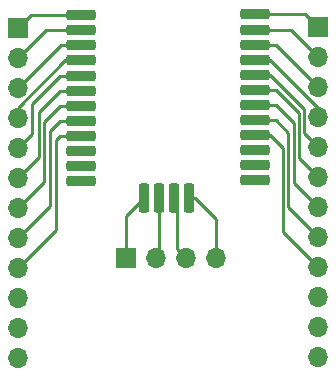
<source format=gbr>
%TF.GenerationSoftware,KiCad,Pcbnew,7.0.10*%
%TF.CreationDate,2024-05-25T00:15:11+05:30*%
%TF.ProjectId,bb-adaptor-V1,62622d61-6461-4707-946f-722d56312e6b,rev?*%
%TF.SameCoordinates,Original*%
%TF.FileFunction,Copper,L1,Top*%
%TF.FilePolarity,Positive*%
%FSLAX46Y46*%
G04 Gerber Fmt 4.6, Leading zero omitted, Abs format (unit mm)*
G04 Created by KiCad (PCBNEW 7.0.10) date 2024-05-25 00:15:11*
%MOMM*%
%LPD*%
G01*
G04 APERTURE LIST*
G04 Aperture macros list*
%AMRoundRect*
0 Rectangle with rounded corners*
0 $1 Rounding radius*
0 $2 $3 $4 $5 $6 $7 $8 $9 X,Y pos of 4 corners*
0 Add a 4 corners polygon primitive as box body*
4,1,4,$2,$3,$4,$5,$6,$7,$8,$9,$2,$3,0*
0 Add four circle primitives for the rounded corners*
1,1,$1+$1,$2,$3*
1,1,$1+$1,$4,$5*
1,1,$1+$1,$6,$7*
1,1,$1+$1,$8,$9*
0 Add four rect primitives between the rounded corners*
20,1,$1+$1,$2,$3,$4,$5,0*
20,1,$1+$1,$4,$5,$6,$7,0*
20,1,$1+$1,$6,$7,$8,$9,0*
20,1,$1+$1,$8,$9,$2,$3,0*%
G04 Aperture macros list end*
%TA.AperFunction,ComponentPad*%
%ADD10R,1.700000X1.700000*%
%TD*%
%TA.AperFunction,ComponentPad*%
%ADD11O,1.700000X1.700000*%
%TD*%
%TA.AperFunction,ComponentPad*%
%ADD12RoundRect,0.225000X0.225000X-1.025000X0.225000X1.025000X-0.225000X1.025000X-0.225000X-1.025000X0*%
%TD*%
%TA.AperFunction,ComponentPad*%
%ADD13RoundRect,0.225000X-1.025000X-0.225000X1.025000X-0.225000X1.025000X0.225000X-1.025000X0.225000X0*%
%TD*%
%TA.AperFunction,Conductor*%
%ADD14C,0.250000*%
%TD*%
G04 APERTURE END LIST*
D10*
%TO.P,J3,1,Pin_1*%
%TO.N,Net-(J3-Pin_1)*%
X168402000Y-74930000D03*
D11*
%TO.P,J3,2,Pin_2*%
%TO.N,Net-(J3-Pin_2)*%
X168402000Y-77470000D03*
%TO.P,J3,3,Pin_3*%
%TO.N,Net-(J3-Pin_3)*%
X168402000Y-80010000D03*
%TO.P,J3,4,Pin_4*%
%TO.N,Net-(J3-Pin_4)*%
X168402000Y-82550000D03*
%TO.P,J3,5,Pin_5*%
%TO.N,Net-(J3-Pin_5)*%
X168402000Y-85090000D03*
%TO.P,J3,6,Pin_6*%
%TO.N,Net-(J3-Pin_6)*%
X168402000Y-87630000D03*
%TO.P,J3,7,Pin_7*%
%TO.N,Net-(J3-Pin_7)*%
X168402000Y-90170000D03*
%TO.P,J3,8,Pin_8*%
%TO.N,Net-(J3-Pin_8)*%
X168402000Y-92710000D03*
%TO.P,J3,9,Pin_9*%
%TO.N,Net-(J3-Pin_9)*%
X168402000Y-95250000D03*
%TO.P,J3,10,Pin_10*%
%TO.N,Net-(J3-Pin_10)*%
X168402000Y-97790000D03*
%TO.P,J3,11,Pin_11*%
%TO.N,Net-(J3-Pin_11)*%
X168402000Y-100330000D03*
%TO.P,J3,12,Pin_12*%
%TO.N,Net-(J3-Pin_12)*%
X168402000Y-102870000D03*
%TD*%
D10*
%TO.P,J6,1,Pin_1*%
%TO.N,Net-(J5-Pin_1)*%
X152146000Y-94488000D03*
D11*
%TO.P,J6,2,Pin_2*%
%TO.N,Net-(J5-Pin_2)*%
X154686000Y-94488000D03*
%TO.P,J6,3,Pin_3*%
%TO.N,Net-(J5-Pin_3)*%
X157226000Y-94488000D03*
%TO.P,J6,4,Pin_4*%
%TO.N,Net-(J5-Pin_4)*%
X159766000Y-94488000D03*
%TD*%
D10*
%TO.P,J1,1,Pin_1*%
%TO.N,Net-(J1-Pin_1)*%
X143002000Y-74990000D03*
D11*
%TO.P,J1,2,Pin_2*%
%TO.N,Net-(J1-Pin_2)*%
X143002000Y-77530000D03*
%TO.P,J1,3,Pin_3*%
%TO.N,Net-(J1-Pin_3)*%
X143002000Y-80070000D03*
%TO.P,J1,4,Pin_4*%
%TO.N,Net-(J1-Pin_4)*%
X143002000Y-82610000D03*
%TO.P,J1,5,Pin_5*%
%TO.N,Net-(J1-Pin_5)*%
X143002000Y-85150000D03*
%TO.P,J1,6,Pin_6*%
%TO.N,Net-(J1-Pin_6)*%
X143002000Y-87690000D03*
%TO.P,J1,7,Pin_7*%
%TO.N,Net-(J1-Pin_7)*%
X143002000Y-90230000D03*
%TO.P,J1,8,Pin_8*%
%TO.N,Net-(J1-Pin_8)*%
X143002000Y-92770000D03*
%TO.P,J1,9,Pin_9*%
%TO.N,Net-(J1-Pin_9)*%
X143002000Y-95310000D03*
%TO.P,J1,10,Pin_10*%
%TO.N,Net-(J1-Pin_10)*%
X143002000Y-97850000D03*
%TO.P,J1,11,Pin_11*%
%TO.N,Net-(J1-Pin_11)*%
X143002000Y-100390000D03*
%TO.P,J1,12,Pin_12*%
%TO.N,Net-(J1-Pin_12)*%
X143002000Y-102930000D03*
%TD*%
D12*
%TO.P,J5,1,Pin_1*%
%TO.N,Net-(J5-Pin_1)*%
X153670000Y-89408000D03*
%TO.P,J5,2,Pin_2*%
%TO.N,Net-(J5-Pin_2)*%
X154940000Y-89408000D03*
%TO.P,J5,3,Pin_3*%
%TO.N,Net-(J5-Pin_3)*%
X156210000Y-89408000D03*
%TO.P,J5,4,Pin_4*%
%TO.N,Net-(J5-Pin_4)*%
X157480000Y-89408000D03*
%TD*%
D13*
%TO.P,J2,1,Pin_1*%
%TO.N,Net-(J1-Pin_1)*%
X148346000Y-73874000D03*
%TO.P,J2,2,Pin_2*%
%TO.N,Net-(J1-Pin_2)*%
X148366000Y-75184000D03*
%TO.P,J2,3,Pin_3*%
%TO.N,Net-(J1-Pin_3)*%
X148366000Y-76454000D03*
%TO.P,J2,4,Pin_4*%
%TO.N,Net-(J1-Pin_4)*%
X148366000Y-77724000D03*
%TO.P,J2,5,Pin_5*%
%TO.N,Net-(J1-Pin_5)*%
X148336000Y-79034000D03*
%TO.P,J2,6,Pin_6*%
%TO.N,Net-(J1-Pin_6)*%
X148336000Y-80304000D03*
%TO.P,J2,7,Pin_7*%
%TO.N,Net-(J1-Pin_7)*%
X148336000Y-81574000D03*
%TO.P,J2,8,Pin_8*%
%TO.N,Net-(J1-Pin_8)*%
X148336000Y-82844000D03*
%TO.P,J2,9,Pin_9*%
%TO.N,Net-(J1-Pin_9)*%
X148336000Y-84114000D03*
%TO.P,J2,10,Pin_10*%
%TO.N,Net-(J1-Pin_10)*%
X148336000Y-85384000D03*
%TO.P,J2,11,Pin_11*%
%TO.N,Net-(J1-Pin_11)*%
X148336000Y-86654000D03*
%TO.P,J2,12,Pin_12*%
%TO.N,Net-(J1-Pin_12)*%
X148336000Y-87924000D03*
%TD*%
%TO.P,J4,1,Pin_1*%
%TO.N,Net-(J3-Pin_1)*%
X163078000Y-73834000D03*
%TO.P,J4,2,Pin_2*%
%TO.N,Net-(J3-Pin_2)*%
X163098000Y-75144000D03*
%TO.P,J4,3,Pin_3*%
%TO.N,Net-(J3-Pin_3)*%
X163098000Y-76414000D03*
%TO.P,J4,4,Pin_4*%
%TO.N,Net-(J3-Pin_4)*%
X163098000Y-77684000D03*
%TO.P,J4,5,Pin_5*%
%TO.N,Net-(J3-Pin_5)*%
X163068000Y-78994000D03*
%TO.P,J4,6,Pin_6*%
%TO.N,Net-(J3-Pin_6)*%
X163068000Y-80264000D03*
%TO.P,J4,7,Pin_7*%
%TO.N,Net-(J3-Pin_7)*%
X163068000Y-81534000D03*
%TO.P,J4,8,Pin_8*%
%TO.N,Net-(J3-Pin_8)*%
X163068000Y-82804000D03*
%TO.P,J4,9,Pin_9*%
%TO.N,Net-(J3-Pin_9)*%
X163068000Y-84074000D03*
%TO.P,J4,10,Pin_10*%
%TO.N,Net-(J3-Pin_10)*%
X163068000Y-85344000D03*
%TO.P,J4,11,Pin_11*%
%TO.N,Net-(J3-Pin_11)*%
X163068000Y-86614000D03*
%TO.P,J4,12,Pin_12*%
%TO.N,Net-(J3-Pin_12)*%
X163068000Y-87884000D03*
%TD*%
D14*
%TO.N,Net-(J1-Pin_1)*%
X144118000Y-73874000D02*
X147838000Y-73874000D01*
X143002000Y-74990000D02*
X144118000Y-73874000D01*
%TO.N,Net-(J1-Pin_2)*%
X147858000Y-75184000D02*
X145348000Y-75184000D01*
X145348000Y-75184000D02*
X143002000Y-77530000D01*
%TO.N,Net-(J1-Pin_3)*%
X143002000Y-80070000D02*
X146618000Y-76454000D01*
X146618000Y-76454000D02*
X147858000Y-76454000D01*
%TO.N,Net-(J1-Pin_4)*%
X147009701Y-77724000D02*
X143002000Y-81731701D01*
X147858000Y-77724000D02*
X147009701Y-77724000D01*
X143002000Y-81731701D02*
X143002000Y-82610000D01*
%TO.N,Net-(J1-Pin_5)*%
X147828000Y-79034000D02*
X146578000Y-79034000D01*
X144177000Y-81435000D02*
X144177000Y-83975000D01*
X144177000Y-83975000D02*
X143002000Y-85150000D01*
X146578000Y-79034000D02*
X144177000Y-81435000D01*
%TO.N,Net-(J1-Pin_6)*%
X146578000Y-80304000D02*
X144780000Y-82102000D01*
X144780000Y-85912000D02*
X143002000Y-87690000D01*
X147828000Y-80304000D02*
X146578000Y-80304000D01*
X144780000Y-82102000D02*
X144780000Y-85912000D01*
%TO.N,Net-(J1-Pin_7)*%
X146578000Y-81574000D02*
X145230000Y-82922000D01*
X147828000Y-81574000D02*
X146578000Y-81574000D01*
X145230000Y-82922000D02*
X145230000Y-88002000D01*
X145230000Y-88002000D02*
X143002000Y-90230000D01*
%TO.N,Net-(J1-Pin_8)*%
X145680000Y-90092000D02*
X143002000Y-92770000D01*
X145680000Y-83742000D02*
X145680000Y-90092000D01*
X147828000Y-82844000D02*
X146578000Y-82844000D01*
X146578000Y-82844000D02*
X145680000Y-83742000D01*
%TO.N,Net-(J1-Pin_9)*%
X147828000Y-84114000D02*
X146578000Y-84114000D01*
X146253000Y-92059000D02*
X143002000Y-95310000D01*
X146578000Y-84114000D02*
X146253000Y-84439000D01*
X146253000Y-84439000D02*
X146253000Y-92059000D01*
%TO.N,Net-(J3-Pin_1)*%
X167306000Y-73834000D02*
X168402000Y-74930000D01*
X163586000Y-73834000D02*
X167306000Y-73834000D01*
%TO.N,Net-(J3-Pin_2)*%
X166076000Y-75144000D02*
X168402000Y-77470000D01*
X163606000Y-75144000D02*
X166076000Y-75144000D01*
%TO.N,Net-(J3-Pin_3)*%
X163606000Y-76414000D02*
X164806000Y-76414000D01*
X164806000Y-76414000D02*
X168402000Y-80010000D01*
%TO.N,Net-(J3-Pin_4)*%
X164300052Y-77684000D02*
X168402000Y-81785948D01*
X163606000Y-77684000D02*
X164300052Y-77684000D01*
X168402000Y-81785948D02*
X168402000Y-82550000D01*
%TO.N,Net-(J3-Pin_5)*%
X167227000Y-83915000D02*
X168402000Y-85090000D01*
X167227000Y-81880948D02*
X167227000Y-83915000D01*
X163576000Y-78994000D02*
X164340052Y-78994000D01*
X164340052Y-78994000D02*
X167227000Y-81880948D01*
%TO.N,Net-(J3-Pin_6)*%
X163576000Y-80264000D02*
X164826000Y-80264000D01*
X166777000Y-82215000D02*
X166777000Y-86005000D01*
X164826000Y-80264000D02*
X166777000Y-82215000D01*
X166777000Y-86005000D02*
X168402000Y-87630000D01*
%TO.N,Net-(J3-Pin_7)*%
X164826000Y-81534000D02*
X166327000Y-83035000D01*
X163576000Y-81534000D02*
X164826000Y-81534000D01*
X166327000Y-83035000D02*
X166327000Y-88095000D01*
X166327000Y-88095000D02*
X168402000Y-90170000D01*
%TO.N,Net-(J3-Pin_8)*%
X163576000Y-82804000D02*
X164826000Y-82804000D01*
X164826000Y-82804000D02*
X165862000Y-83840000D01*
X165862000Y-90170000D02*
X168402000Y-92710000D01*
X165862000Y-83840000D02*
X165862000Y-90170000D01*
%TO.N,Net-(J3-Pin_9)*%
X163576000Y-84074000D02*
X164340052Y-84074000D01*
X164340052Y-84074000D02*
X165412000Y-85145948D01*
X165412000Y-92260000D02*
X168402000Y-95250000D01*
X165412000Y-85145948D02*
X165412000Y-92260000D01*
%TO.N,Net-(J5-Pin_1)*%
X152146000Y-90932000D02*
X153670000Y-89408000D01*
X152146000Y-94488000D02*
X152146000Y-90932000D01*
%TO.N,Net-(J5-Pin_2)*%
X154940000Y-89408000D02*
X154940000Y-94234000D01*
X154940000Y-94234000D02*
X154686000Y-94488000D01*
%TO.N,Net-(J5-Pin_3)*%
X156477000Y-89903000D02*
X156477000Y-93739000D01*
X156477000Y-93739000D02*
X157226000Y-94488000D01*
%TO.N,Net-(J5-Pin_4)*%
X157988000Y-89408000D02*
X159766000Y-91186000D01*
X159766000Y-91186000D02*
X159766000Y-94488000D01*
X157480000Y-89408000D02*
X157988000Y-89408000D01*
%TD*%
M02*

</source>
